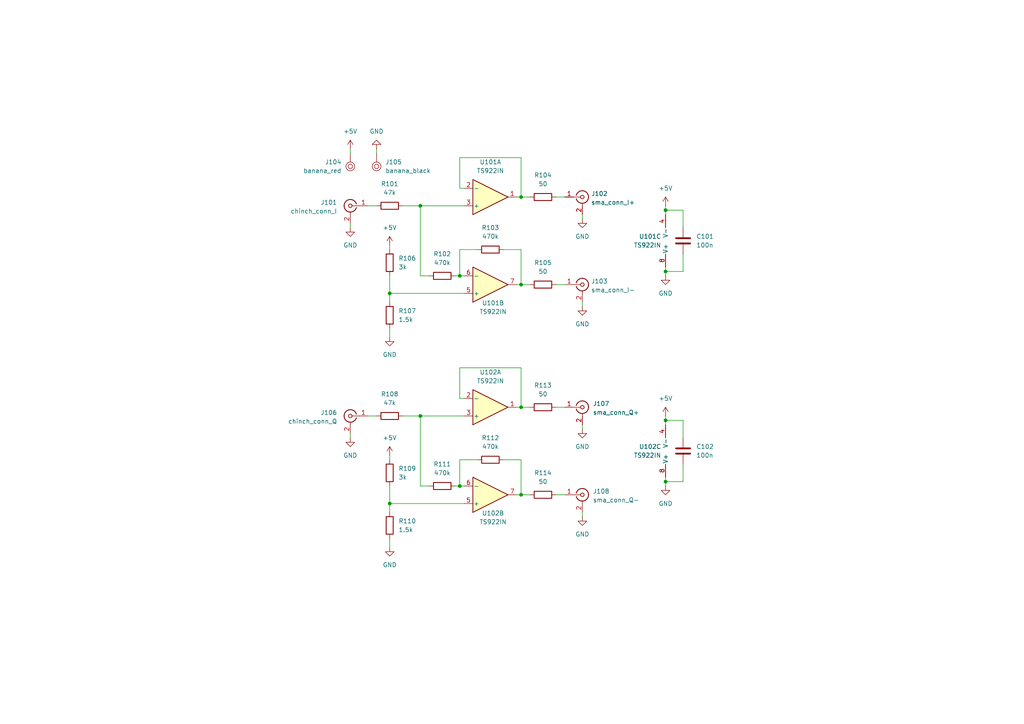
<source format=kicad_sch>
(kicad_sch (version 20250114) (generator "eeschema") (generator_version "9.0")
  (paper "A4")
  (title_block (title "DAC to differential I and Q") (date "2025-12-14") (company "SRP Modular RF Communication System"))
  (lib_symbols
    (symbol "Connector:Conn_Coaxial" (pin_names (offset 1.016) (hide yes))
      (property "Reference" "J" (at 0.254 3.048 0))
      (property "Value" "Conn_Coaxial" (at 2.921 0 90))
      (symbol "Conn_Coaxial_0_1"
        (polyline (pts (xy -2.54 0) (xy -0.508 0)))
        (arc (start 1.778 0) (mid 0.222 -1.8079) (end -1.778 -0.508) (stroke (width 0.254)))
        (arc (start -1.778 0.508) (mid 0.2221 1.8084) (end 1.778 0) (stroke (width 0.254)))
        (circle (center 0 0) (radius 0.508) (stroke (width 0.2032)))
        (polyline (pts (xy 0 -2.54) (xy 0 -1.778)))
      )
      (symbol "Conn_Coaxial_1_1"
        (pin passive line (at -5.08 0 0) (length 2.54) (name "In") (number "1"))
        (pin passive line (at 0 -5.08 90) (length 2.54) (name "Ext") (number "2"))
      )
    )
    (symbol "Device:C" (pin_numbers (hide yes)) (pin_names (offset 0.254))
      (property "Reference" "C" (at 0.635 2.54 0))
      (property "Value" "C" (at 0.635 -2.54 0))
      (symbol "C_0_1"
        (polyline (pts (xy -2.032 0.762) (xy 2.032 0.762)) (stroke (width 0.508)))
        (polyline (pts (xy -2.032 -0.762) (xy 2.032 -0.762)) (stroke (width 0.508)))
      )
      (symbol "C_1_1"
        (pin passive line (at 0 3.81 270) (length 2.794) (name "~") (number "1"))
        (pin passive line (at 0 -3.81 90) (length 2.794) (name "~") (number "2"))
      )
    )
    (symbol "Device:R" (pin_numbers (hide yes)) (pin_names (offset 0))
      (property "Reference" "R" (at 2.032 0 90))
      (property "Value" "R" (at 0 0 90))
      (symbol "R_0_1"
        (rectangle (start -1.016 -2.54) (end 1.016 2.54) (stroke (width 0.254)))
      )
      (symbol "R_1_1"
        (pin passive line (at 0 3.81 270) (length 1.27) (name "~") (number "1"))
        (pin passive line (at 0 -3.81 90) (length 1.27) (name "~") (number "2"))
      )
    )
    (symbol "TS922IN_Own:TS922IN" (pin_names (offset 0.127))
      (property "Reference" "U" (at 0 5.08 0))
      (property "Value" "TS922IN" (at 0 -5.08 0))
      (symbol "TS922IN_1_1"
        (polyline (pts (xy -5.08 5.08) (xy 5.08 0) (xy -5.08 -5.08) (xy -5.08 5.08)) (stroke (width 0.254)) (fill (type background)))
        (pin input line (at -7.62 2.54 0) (length 2.54) (name "+") (number "3"))
        (pin input line (at -7.62 -2.54 0) (length 2.54) (name "-") (number "2"))
        (pin output line (at 7.62 0 180) (length 2.54) (name "~") (number "1"))
      )
      (symbol "TS922IN_2_1"
        (polyline (pts (xy -5.08 5.08) (xy 5.08 0) (xy -5.08 -5.08) (xy -5.08 5.08)) (stroke (width 0.254)) (fill (type background)))
        (pin input line (at -7.62 2.54 0) (length 2.54) (name "+") (number "5"))
        (pin input line (at -7.62 -2.54 0) (length 2.54) (name "-") (number "6"))
        (pin output line (at 7.62 0 180) (length 2.54) (name "~") (number "7"))
      )
      (symbol "TS922IN_3_1"
        (pin power_in line (at -2.54 7.62 270) (length 3.81) (name "V+") (number "8"))
        (pin power_in line (at -2.54 -7.62 90) (length 3.81) (name "V-") (number "4"))
      )
    )
    (symbol "dk_Banana-and-Tip-Connectors-Jacks-Plugs:105-1102-001" (pin_numbers (hide yes)) (pin_names (offset 1.016) (hide yes))
      (property "Reference" "J" (at -1.27 1.27 0))
      (property "Value" "105-1102-001" (at 1.27 -2.54 0))
      (symbol "105-1102-001_0_1"
        (circle (center 0 0) (radius 1.27))
      )
      (symbol "105-1102-001_1_1"
        (circle (center 0 0) (radius 0.635))
        (pin passive line (at 0 -3.81 90) (length 2.54) (name "~") (number "1"))
      )
    )
    (symbol "dk_Banana-and-Tip-Connectors-Jacks-Plugs:105-1103-001" (pin_numbers (hide yes)) (pin_names (offset 1.016) (hide yes))
      (property "Reference" "J" (at -1.27 1.27 0))
      (property "Value" "105-1103-001" (at 1.27 -2.54 0))
      (symbol "105-1103-001_1_1"
        (circle (center 0 0) (radius 0.635))
        (circle (center 0 0) (radius 1.27))
        (pin passive line (at 0 -3.81 90) (length 2.54) (name "~") (number "1"))
      )
    )
    (symbol "power:+5V" (power) (pin_numbers (hide yes)) (pin_names (offset 0) (hide yes))
      (property "Value" "+5V" (at 0 3.556 0))
      (symbol "+5V_0_1"
        (polyline (pts (xy -0.762 1.27) (xy 0 2.54)))
        (polyline (pts (xy 0 2.54) (xy 0.762 1.27)))
        (polyline (pts (xy 0 0) (xy 0 2.54)))
      )
      (symbol "+5V_1_1"
        (pin power_in line (at 0 0 90) (length 0) (name "~") (number "1"))
      )
    )
    (symbol "power:GND" (power) (pin_numbers (hide yes)) (pin_names (offset 0) (hide yes))
      (property "Value" "GND" (at 0 -3.81 0))
      (symbol "GND_0_1"
        (polyline (pts (xy 0 0) (xy 0 -1.27) (xy 1.27 -1.27) (xy 0 -2.54) (xy -1.27 -1.27) (xy 0 -1.27)))
      )
      (symbol "GND_1_1"
        (pin power_in line (at 0 0 270) (length 0) (name "~") (number "1"))
      )
    )
  )
  (junction (at 133.35 80.01))
  (junction (at 193.04 139.7))
  (junction (at 113.03 85.09))
  (junction (at 113.03 146.05))
  (junction (at 133.35 140.97))
  (junction (at 193.04 60.96))
  (junction (at 121.92 120.65))
  (junction (at 151.13 143.51))
  (junction (at 193.04 121.92))
  (junction (at 121.92 59.69))
  (junction (at 193.04 78.74))
  (junction (at 151.13 82.55))
  (junction (at 151.13 57.15))
  (junction (at 151.13 118.11))
  (wire (pts (xy 193.04 60.96) (xy 198.12 60.96)))
  (wire (pts (xy 193.04 121.92) (xy 193.04 123.19)))
  (wire (pts (xy 161.29 143.51) (xy 163.83 143.51)))
  (wire (pts (xy 198.12 78.74) (xy 198.12 73.66)))
  (wire (pts (xy 113.03 95.25) (xy 113.03 97.79)))
  (wire (pts (xy 121.92 140.97) (xy 124.46 140.97)))
  (wire (pts (xy 133.35 115.57) (xy 134.62 115.57)))
  (wire (pts (xy 151.13 106.68) (xy 133.35 106.68)))
  (wire (pts (xy 113.03 140.97) (xy 113.03 146.05)))
  (wire (pts (xy 121.92 80.01) (xy 124.46 80.01)))
  (wire (pts (xy 193.04 60.96) (xy 193.04 62.23)))
  (wire (pts (xy 161.29 82.55) (xy 163.83 82.55)))
  (wire (pts (xy 106.68 120.65) (xy 109.22 120.65)))
  (wire (pts (xy 133.35 80.01) (xy 133.35 72.39)))
  (wire (pts (xy 113.03 80.01) (xy 113.03 85.09)))
  (wire (pts (xy 151.13 57.15) (xy 151.13 45.72)))
  (wire (pts (xy 132.08 80.01) (xy 133.35 80.01)))
  (wire (pts (xy 149.86 57.15) (xy 151.13 57.15)))
  (wire (pts (xy 113.03 85.09) (xy 134.62 85.09)))
  (wire (pts (xy 113.03 85.09) (xy 113.03 87.63)))
  (wire (pts (xy 132.08 140.97) (xy 133.35 140.97)))
  (wire (pts (xy 116.84 120.65) (xy 121.92 120.65)))
  (wire (pts (xy 146.05 133.35) (xy 151.13 133.35)))
  (wire (pts (xy 198.12 139.7) (xy 198.12 134.62)))
  (wire (pts (xy 113.03 71.12) (xy 113.03 72.39)))
  (wire (pts (xy 121.92 120.65) (xy 121.92 140.97)))
  (wire (pts (xy 193.04 139.7) (xy 198.12 139.7)))
  (wire (pts (xy 113.03 156.21) (xy 113.03 158.75)))
  (wire (pts (xy 151.13 72.39) (xy 151.13 82.55)))
  (wire (pts (xy 101.6 64.77) (xy 101.6 66.04)))
  (wire (pts (xy 193.04 138.43) (xy 193.04 139.7)))
  (wire (pts (xy 101.6 43.18) (xy 101.6 44.45)))
  (wire (pts (xy 151.13 82.55) (xy 153.67 82.55)))
  (wire (pts (xy 151.13 82.55) (xy 149.86 82.55)))
  (wire (pts (xy 151.13 57.15) (xy 153.67 57.15)))
  (wire (pts (xy 133.35 54.61) (xy 134.62 54.61)))
  (wire (pts (xy 151.13 118.11) (xy 151.13 106.68)))
  (wire (pts (xy 151.13 143.51) (xy 149.86 143.51)))
  (wire (pts (xy 121.92 59.69) (xy 134.62 59.69)))
  (wire (pts (xy 133.35 106.68) (xy 133.35 115.57)))
  (wire (pts (xy 161.29 57.15) (xy 163.83 57.15)))
  (wire (pts (xy 113.03 146.05) (xy 113.03 148.59)))
  (wire (pts (xy 151.13 45.72) (xy 133.35 45.72)))
  (wire (pts (xy 198.12 60.96) (xy 198.12 66.04)))
  (wire (pts (xy 193.04 78.74) (xy 193.04 80.01)))
  (wire (pts (xy 146.05 72.39) (xy 151.13 72.39)))
  (wire (pts (xy 121.92 120.65) (xy 134.62 120.65)))
  (wire (pts (xy 121.92 59.69) (xy 121.92 80.01)))
  (wire (pts (xy 151.13 118.11) (xy 153.67 118.11)))
  (wire (pts (xy 161.29 118.11) (xy 163.83 118.11)))
  (wire (pts (xy 193.04 139.7) (xy 193.04 140.97)))
  (wire (pts (xy 168.91 123.19) (xy 168.91 124.46)))
  (wire (pts (xy 133.35 72.39) (xy 138.43 72.39)))
  (wire (pts (xy 198.12 121.92) (xy 198.12 127)))
  (wire (pts (xy 113.03 146.05) (xy 134.62 146.05)))
  (wire (pts (xy 168.91 87.63) (xy 168.91 88.9)))
  (wire (pts (xy 193.04 78.74) (xy 198.12 78.74)))
  (wire (pts (xy 193.04 59.69) (xy 193.04 60.96)))
  (wire (pts (xy 133.35 133.35) (xy 138.43 133.35)))
  (wire (pts (xy 149.86 118.11) (xy 151.13 118.11)))
  (wire (pts (xy 133.35 45.72) (xy 133.35 54.61)))
  (wire (pts (xy 168.91 62.23) (xy 168.91 63.5)))
  (wire (pts (xy 133.35 80.01) (xy 134.62 80.01)))
  (wire (pts (xy 101.6 125.73) (xy 101.6 127)))
  (wire (pts (xy 133.35 140.97) (xy 133.35 133.35)))
  (wire (pts (xy 106.68 59.69) (xy 109.22 59.69)))
  (wire (pts (xy 151.13 133.35) (xy 151.13 143.51)))
  (wire (pts (xy 116.84 59.69) (xy 121.92 59.69)))
  (wire (pts (xy 113.03 132.08) (xy 113.03 133.35)))
  (wire (pts (xy 109.22 43.18) (xy 109.22 44.45)))
  (wire (pts (xy 193.04 121.92) (xy 198.12 121.92)))
  (wire (pts (xy 193.04 120.65) (xy 193.04 121.92)))
  (wire (pts (xy 193.04 77.47) (xy 193.04 78.74)))
  (wire (pts (xy 151.13 143.51) (xy 153.67 143.51)))
  (wire (pts (xy 133.35 140.97) (xy 134.62 140.97)))
  (wire (pts (xy 168.91 148.59) (xy 168.91 149.86)))
  (symbol (lib_id "dk_Banana-and-Tip-Connectors-Jacks-Plugs:105-1102-001") (at 101.6 48.26 0) (mirror x) (unit 1)
    (property "Reference" "J104" (at 99.06 46.9899 0) (effects (justify right)))
    (property "Value" "banana_red" (at 99.06 49.5299 0) (effects (justify right)))
    (property "Footprint" "digikey-footprints:Test_Jack_Horiz" (effects (hide yes)))
    (property "Datasheet" "https://belfuse.com/resources/Johnson/drawings/dr-1051101001.pdf" (effects (hide yes)))
    (property "Description" "CONN TIP JACK SOLDER RED" (effects (hide yes)))
    (property "Digi-Key_PN" "J576-ND" (effects (hide yes)))
    (property "MPN" "105-1102-001" (effects (hide yes)))
    (property "Category" "Connectors, Interconnects" (effects (hide yes)))
    (property "Family" "Banana and Tip Connectors - Jacks, Plugs" (effects (hide yes)))
    (property "DK_Datasheet_Link" "https://belfuse.com/resources/Johnson/drawings/dr-1051101001.pdf" (effects (hide yes)))
    (property "DK_Detail_Page" "/product-detail/en/cinch-connectivity-solutions-johnson/105-1102-001/J576-ND/241121" (effects (hide yes)))
    (property "Description_1" "CONN TIP JACK SOLDER RED" (effects (hide yes)))
    (property "Manufacturer" "Cinch Connectivity Solutions Johnson" (effects (hide yes)))
    (property "Status" "Active" (effects (hide yes)))
  )
  (symbol (lib_id "power:+5V") (at 193.04 120.65 0) (unit 1)
    (property "Reference" "#PWR0115" (effects (hide yes)))
    (property "Value" "+5V" (at 193.04 115.57 0))
    (property "Description" "Power symbol creates a global label with name \"+5V\"" (effects (hide yes)))
  )
  (symbol (lib_id "Device:R") (at 113.03 59.69 90) (unit 1)
    (property "Reference" "R101" (at 113.03 53.34 90))
    (property "Value" "47k" (at 113.03 55.88 90))
    (property "Description" "Resistor" (effects (hide yes)))
  )
  (symbol (lib_id "Device:C") (at 198.12 69.85 0) (unit 1)
    (property "Reference" "C101" (at 201.93 68.5799 0) (effects (justify left)))
    (property "Value" "100n" (at 201.93 71.1199 0) (effects (justify left)))
    (property "Description" "Unpolarized capacitor" (effects (hide yes)))
  )
  (symbol (lib_id "Connector:Conn_Coaxial") (at 168.91 57.15 0) (unit 1)
    (property "Reference" "J102" (at 171.45 56.1731 0) (effects (justify left)))
    (property "Value" "sma_conn_I+" (at 171.45 58.7131 0) (effects (justify left)))
    (property "Description" "coaxial connector (BNC, SMA, SMB, SMC, Cinch/RCA, LEMO, ...)" (effects (hide yes)))
  )
  (symbol (lib_id "Device:C") (at 198.12 130.81 0) (unit 1)
    (property "Reference" "C102" (at 201.93 129.5399 0) (effects (justify left)))
    (property "Value" "100n" (at 201.93 132.0799 0) (effects (justify left)))
    (property "Description" "Unpolarized capacitor" (effects (hide yes)))
  )
  (symbol (lib_id "Connector:Conn_Coaxial") (at 101.6 59.69 0) (mirror y) (unit 1)
    (property "Reference" "J101" (at 97.79 58.7131 0) (effects (justify left)))
    (property "Value" "chinch_conn_I" (at 97.79 61.2531 0) (effects (justify left)))
    (property "Description" "coaxial connector (BNC, SMA, SMB, SMC, Cinch/RCA, LEMO, ...)" (effects (hide yes)))
  )
  (symbol (lib_id "power:GND") (at 101.6 66.04 0) (unit 1)
    (property "Reference" "#PWR0105" (effects (hide yes)))
    (property "Value" "GND" (at 101.6 71.12 0))
    (property "Description" "Power symbol creates a global label with name \"GND\" , ground" (effects (hide yes)))
  )
  (symbol (lib_id "power:GND") (at 193.04 140.97 0) (unit 1)
    (property "Reference" "#PWR0116" (effects (hide yes)))
    (property "Value" "GND" (at 193.04 146.05 0))
    (property "Description" "Power symbol creates a global label with name \"GND\" , ground" (effects (hide yes)))
  )
  (symbol (lib_id "TS922IN_Own:TS922IN") (at 142.24 118.11 0) (mirror x) (unit 1)
    (property "Reference" "U102" (at 142.24 107.95 0))
    (property "Value" "TS922IN" (at 142.24 110.49 0))
    (property "Datasheet" "http://www.ti.com/lit/ds/symlink/lm358.pdf" (effects (hide yes)))
    (property "Description" "Dual Operational Amplifiers, DIP-8/SOIC-8/TSSOP-8/VSSOP-8" (effects (hide yes)))
  )
  (symbol (lib_id "Device:R") (at 142.24 72.39 90) (unit 1)
    (property "Reference" "R103" (at 142.24 66.04 90))
    (property "Value" "470k" (at 142.24 68.58 90))
    (property "Description" "Resistor" (effects (hide yes)))
  )
  (symbol (lib_id "power:GND") (at 168.91 149.86 0) (unit 1)
    (property "Reference" "#PWR0114" (effects (hide yes)))
    (property "Value" "GND" (at 168.91 154.94 0))
    (property "Description" "Power symbol creates a global label with name \"GND\" , ground" (effects (hide yes)))
  )
  (symbol (lib_id "Connector:Conn_Coaxial") (at 168.91 118.11 0) (unit 1)
    (property "Reference" "J107" (at 171.958 117.094 0) (effects (justify left)))
    (property "Value" "sma_conn_Q+" (at 171.958 119.634 0) (effects (justify left)))
    (property "Description" "coaxial connector (BNC, SMA, SMB, SMC, Cinch/RCA, LEMO, ...)" (effects (hide yes)))
  )
  (symbol (lib_id "TS922IN_Own:TS922IN") (at 195.58 69.85 0) (mirror x) (unit 3)
    (property "Reference" "U101" (at 191.77 68.5799 0) (effects (justify right)))
    (property "Value" "TS922IN" (at 191.77 71.1199 0) (effects (justify right)))
    (property "Datasheet" "http://www.ti.com/lit/ds/symlink/lm358.pdf" (effects (hide yes)))
    (property "Description" "Dual Operational Amplifiers, DIP-8/SOIC-8/TSSOP-8/VSSOP-8" (effects (hide yes)))
  )
  (symbol (lib_id "TS922IN_Own:TS922IN") (at 142.24 82.55 0) (mirror x) (unit 2)
    (property "Reference" "U101" (at 143.002 87.884 0))
    (property "Value" "TS922IN" (at 143.002 90.424 0))
    (property "Datasheet" "http://www.ti.com/lit/ds/symlink/lm358.pdf" (effects (hide yes)))
    (property "Description" "Dual Operational Amplifiers, DIP-8/SOIC-8/TSSOP-8/VSSOP-8" (effects (hide yes)))
  )
  (symbol (lib_id "TS922IN_Own:TS922IN") (at 195.58 130.81 0) (mirror x) (unit 3)
    (property "Reference" "U102" (at 191.77 129.5399 0) (effects (justify right)))
    (property "Value" "TS922IN" (at 191.77 132.0799 0) (effects (justify right)))
    (property "Datasheet" "http://www.ti.com/lit/ds/symlink/lm358.pdf" (effects (hide yes)))
    (property "Description" "Dual Operational Amplifiers, DIP-8/SOIC-8/TSSOP-8/VSSOP-8" (effects (hide yes)))
  )
  (symbol (lib_id "power:+5V") (at 193.04 59.69 0) (unit 1)
    (property "Reference" "#PWR0103" (effects (hide yes)))
    (property "Value" "+5V" (at 193.04 54.61 0))
    (property "Description" "Power symbol creates a global label with name \"+5V\"" (effects (hide yes)))
  )
  (symbol (lib_id "power:GND") (at 113.03 158.75 0) (unit 1)
    (property "Reference" "#PWR0112" (effects (hide yes)))
    (property "Value" "GND" (at 113.03 163.83 0))
    (property "Description" "Power symbol creates a global label with name \"GND\" , ground" (effects (hide yes)))
  )
  (symbol (lib_id "TS922IN_Own:TS922IN") (at 142.24 143.51 0) (mirror x) (unit 2)
    (property "Reference" "U102" (at 143.002 148.844 0))
    (property "Value" "TS922IN" (at 143.002 151.384 0))
    (property "Datasheet" "http://www.ti.com/lit/ds/symlink/lm358.pdf" (effects (hide yes)))
    (property "Description" "Dual Operational Amplifiers, DIP-8/SOIC-8/TSSOP-8/VSSOP-8" (effects (hide yes)))
  )
  (symbol (lib_id "power:GND") (at 109.22 43.18 180) (unit 1)
    (property "Reference" "#PWR0109" (effects (hide yes)))
    (property "Value" "GND" (at 109.22 38.1 0))
    (property "Description" "Power symbol creates a global label with name \"GND\" , ground" (effects (hide yes)))
  )
  (symbol (lib_id "power:GND") (at 113.03 97.79 0) (unit 1)
    (property "Reference" "#PWR0102" (effects (hide yes)))
    (property "Value" "GND" (at 113.03 102.87 0))
    (property "Description" "Power symbol creates a global label with name \"GND\" , ground" (effects (hide yes)))
  )
  (symbol (lib_id "Device:R") (at 113.03 152.4 180) (unit 1)
    (property "Reference" "R110" (at 115.57 151.1299 0) (effects (justify right)))
    (property "Value" "1.5k" (at 115.57 153.6699 0) (effects (justify right)))
    (property "Description" "Resistor" (effects (hide yes)))
  )
  (symbol (lib_id "power:GND") (at 168.91 88.9 0) (unit 1)
    (property "Reference" "#PWR0107" (effects (hide yes)))
    (property "Value" "GND" (at 168.91 93.98 0))
    (property "Description" "Power symbol creates a global label with name \"GND\" , ground" (effects (hide yes)))
  )
  (symbol (lib_id "power:+5V") (at 113.03 71.12 0) (unit 1)
    (property "Reference" "#PWR0101" (effects (hide yes)))
    (property "Value" "+5V" (at 113.03 66.04 0))
    (property "Description" "Power symbol creates a global label with name \"+5V\"" (effects (hide yes)))
  )
  (symbol (lib_id "Device:R") (at 113.03 120.65 90) (unit 1)
    (property "Reference" "R108" (at 113.03 114.3 90))
    (property "Value" "47k" (at 113.03 116.84 90))
    (property "Description" "Resistor" (effects (hide yes)))
  )
  (symbol (lib_id "power:GND") (at 168.91 124.46 0) (unit 1)
    (property "Reference" "#PWR0113" (effects (hide yes)))
    (property "Value" "GND" (at 168.91 129.54 0))
    (property "Description" "Power symbol creates a global label with name \"GND\" , ground" (effects (hide yes)))
  )
  (symbol (lib_id "Device:R") (at 157.48 57.15 90) (unit 1)
    (property "Reference" "R104" (at 157.48 50.8 90))
    (property "Value" "50" (at 157.48 53.34 90))
    (property "Description" "Resistor" (effects (hide yes)))
  )
  (symbol (lib_id "Device:R") (at 157.48 82.55 90) (unit 1)
    (property "Reference" "R105" (at 157.48 76.2 90))
    (property "Value" "50" (at 157.48 78.74 90))
    (property "Description" "Resistor" (effects (hide yes)))
  )
  (symbol (lib_id "Device:R") (at 128.27 140.97 90) (unit 1)
    (property "Reference" "R111" (at 128.27 134.62 90))
    (property "Value" "470k" (at 128.27 137.16 90))
    (property "Description" "Resistor" (effects (hide yes)))
  )
  (symbol (lib_id "power:GND") (at 193.04 80.01 0) (unit 1)
    (property "Reference" "#PWR0104" (effects (hide yes)))
    (property "Value" "GND" (at 193.04 85.09 0))
    (property "Description" "Power symbol creates a global label with name \"GND\" , ground" (effects (hide yes)))
  )
  (symbol (lib_id "power:GND") (at 168.91 63.5 0) (unit 1)
    (property "Reference" "#PWR0106" (effects (hide yes)))
    (property "Value" "GND" (at 168.91 68.58 0))
    (property "Description" "Power symbol creates a global label with name \"GND\" , ground" (effects (hide yes)))
  )
  (symbol (lib_id "power:+5V") (at 113.03 132.08 0) (unit 1)
    (property "Reference" "#PWR0111" (effects (hide yes)))
    (property "Value" "+5V" (at 113.03 127 0))
    (property "Description" "Power symbol creates a global label with name \"+5V\"" (effects (hide yes)))
  )
  (symbol (lib_id "Device:R") (at 113.03 91.44 180) (unit 1)
    (property "Reference" "R107" (at 115.57 90.1699 0) (effects (justify right)))
    (property "Value" "1.5k" (at 115.57 92.7099 0) (effects (justify right)))
    (property "Description" "Resistor" (effects (hide yes)))
  )
  (symbol (lib_id "Device:R") (at 128.27 80.01 90) (unit 1)
    (property "Reference" "R102" (at 128.27 73.66 90))
    (property "Value" "470k" (at 128.27 76.2 90))
    (property "Description" "Resistor" (effects (hide yes)))
  )
  (symbol (lib_id "Device:R") (at 157.48 118.11 90) (unit 1)
    (property "Reference" "R113" (at 157.48 111.76 90))
    (property "Value" "50" (at 157.48 114.3 90))
    (property "Description" "Resistor" (effects (hide yes)))
  )
  (symbol (lib_id "Device:R") (at 113.03 76.2 180) (unit 1)
    (property "Reference" "R106" (at 115.57 74.9299 0) (effects (justify right)))
    (property "Value" "3k" (at 115.57 77.4699 0) (effects (justify right)))
    (property "Description" "Resistor" (effects (hide yes)))
  )
  (symbol (lib_id "power:GND") (at 101.6 127 0) (unit 1)
    (property "Reference" "#PWR0110" (effects (hide yes)))
    (property "Value" "GND" (at 101.6 132.08 0))
    (property "Description" "Power symbol creates a global label with name \"GND\" , ground" (effects (hide yes)))
  )
  (symbol (lib_id "Connector:Conn_Coaxial") (at 168.91 143.51 0) (unit 1)
    (property "Reference" "J108" (at 171.958 142.494 0) (effects (justify left)))
    (property "Value" "sma_conn_Q-" (at 171.958 145.034 0) (effects (justify left)))
    (property "Description" "coaxial connector (BNC, SMA, SMB, SMC, Cinch/RCA, LEMO, ...)" (effects (hide yes)))
  )
  (symbol (lib_id "Device:R") (at 142.24 133.35 90) (unit 1)
    (property "Reference" "R112" (at 142.24 127 90))
    (property "Value" "470k" (at 142.24 129.54 90))
    (property "Description" "Resistor" (effects (hide yes)))
  )
  (symbol (lib_id "Device:R") (at 113.03 137.16 180) (unit 1)
    (property "Reference" "R109" (at 115.57 135.8899 0) (effects (justify right)))
    (property "Value" "3k" (at 115.57 138.4299 0) (effects (justify right)))
    (property "Description" "Resistor" (effects (hide yes)))
  )
  (symbol (lib_id "Device:R") (at 157.48 143.51 90) (unit 1)
    (property "Reference" "R114" (at 157.48 137.16 90))
    (property "Value" "50" (at 157.48 139.7 90))
    (property "Description" "Resistor" (effects (hide yes)))
  )
  (symbol (lib_id "power:+5V") (at 101.6 43.18 0) (unit 1)
    (property "Reference" "#PWR0108" (effects (hide yes)))
    (property "Value" "+5V" (at 101.6 38.1 0))
    (property "Description" "Power symbol creates a global label with name \"+5V\"" (effects (hide yes)))
  )
  (symbol (lib_id "dk_Banana-and-Tip-Connectors-Jacks-Plugs:105-1103-001") (at 109.22 48.26 180) (unit 1)
    (property "Reference" "J105" (at 111.76 46.9899 0) (effects (justify right)))
    (property "Value" "banana_black" (at 111.76 49.5299 0) (effects (justify right)))
    (property "Footprint" "digikey-footprints:Test_Jack_Horiz" (effects (hide yes)))
    (property "Datasheet" "https://belfuse.com/resources/Johnson/drawings/dr-1051101001.pdf" (effects (hide yes)))
    (property "Description" "CONN TIP JACK SOLDER BLACK" (effects (hide yes)))
    (property "Digi-Key_PN" "J577-ND" (effects (hide yes)))
    (property "MPN" "105-1103-001" (effects (hide yes)))
    (property "Category" "Connectors, Interconnects" (effects (hide yes)))
    (property "Family" "Banana and Tip Connectors - Jacks, Plugs" (effects (hide yes)))
    (property "DK_Datasheet_Link" "https://belfuse.com/resources/Johnson/drawings/dr-1051101001.pdf" (effects (hide yes)))
    (property "DK_Detail_Page" "/product-detail/en/cinch-connectivity-solutions-johnson/105-1103-001/J577-ND/241122" (effects (hide yes)))
    (property "Description_1" "CONN TIP JACK SOLDER BLACK" (effects (hide yes)))
    (property "Manufacturer" "Cinch Connectivity Solutions Johnson" (effects (hide yes)))
    (property "Status" "Active" (effects (hide yes)))
  )
  (symbol (lib_id "Connector:Conn_Coaxial") (at 101.6 120.65 0) (mirror y) (unit 1)
    (property "Reference" "J106" (at 97.79 119.6731 0) (effects (justify left)))
    (property "Value" "chinch_conn_Q" (at 97.79 122.2131 0) (effects (justify left)))
    (property "Description" "coaxial connector (BNC, SMA, SMB, SMC, Cinch/RCA, LEMO, ...)" (effects (hide yes)))
  )
  (symbol (lib_id "Connector:Conn_Coaxial") (at 168.91 82.55 0) (unit 1)
    (property "Reference" "J103" (at 171.45 81.5731 0) (effects (justify left)))
    (property "Value" "sma_conn_I-" (at 171.45 84.1131 0) (effects (justify left)))
    (property "Description" "coaxial connector (BNC, SMA, SMB, SMC, Cinch/RCA, LEMO, ...)" (effects (hide yes)))
  )
  (symbol (lib_id "TS922IN_Own:TS922IN") (at 142.24 57.15 0) (mirror x) (unit 1)
    (property "Reference" "U101" (at 142.24 46.99 0))
    (property "Value" "TS922IN" (at 142.24 49.53 0))
    (property "Datasheet" "http://www.ti.com/lit/ds/symlink/lm358.pdf" (effects (hide yes)))
    (property "Description" "Dual Operational Amplifiers, DIP-8/SOIC-8/TSSOP-8/VSSOP-8" (effects (hide yes)))
  )
)
</source>
